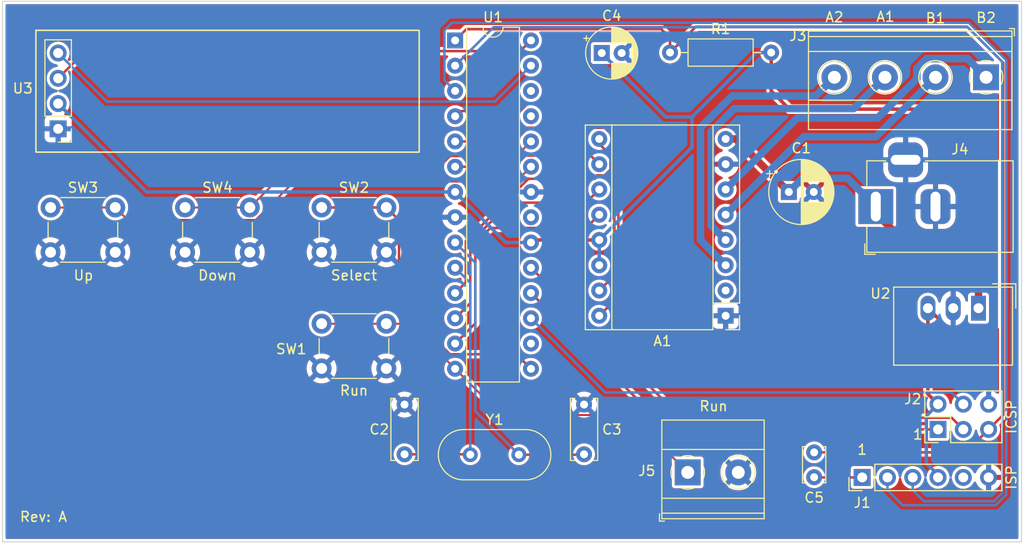
<source format=kicad_pcb>
(kicad_pcb (version 20210228) (generator pcbnew)
  (layers (0 "F.Cu" signal) (31 "B.Cu" signal) (34 "B.Paste" user) (35 "F.Paste" user) (36 "B.SilkS" user "B.Silkscreen") (37 "F.SilkS" user "F.Silkscreen") (38 "B.Mask" user) (39 "F.Mask" user) (44 "Edge.Cuts" user))
  (net 0 "")
  (net 1 "DIR_SEL")
  (net 2 "+24V")
  (net 3 "STEP")
  (net 4 "GND")
  (net 5 "+5V")
  (net 6 "MOT_B2")
  (net 7 "MOT_B1")
  (net 9 "MOT_A1")
  (net 10 "MS1")
  (net 11 "MOT_A2")
  (net 12 "MS0")
  (net 13 "MOT_EN")
  (net 14 "Net-(C2-Pad1)")
  (net 15 "Net-(C3-Pad1)")
  (net 16 "Net-(C5-Pad2)")
  (net 17 "RESET")
  (net 18 "RX")
  (net 19 "TX")
  (net 20 "MOSI")
  (net 21 "SCK")
  (net 22 "MISO")
  (net 23 "BTN_RUN")
  (net 24 "BTN_SEL")
  (net 25 "BTN_UP")
  (net 26 "BTN_DOWN")
  (net 29 "MS2")
  (net 31 "SDA")
  (net 32 "SCL")
  (footprint "Capacitor_THT:C_Disc_D3.4mm_W2.1mm_P2.50mm" (layer "F.Cu") (at 209.55 76.474 -90)
    (fp_text reference "C5" (at 4.552 0 180) (layer "F.SilkS"))
    (fp_text value "0.1uF")
    (pad "1" thru_hole circle (at 0 0 270) (size 1.6 1.6) (drill 0.8) (layers *.Cu *.Mask) (net 17 "RESET"))
    (pad "2" thru_hole circle (at 2.5 0 270) (size 1.6 1.6) (drill 0.8) (layers *.Cu *.Mask) (net 16 "Net-(C5-Pad2)"))
  )
  (footprint "Button_Switch_THT:SW_PUSH_6mm_H5mm" (layer "F.Cu") (at 160.072 51.852)
    (fp_text reference "SW2" (at 3.25 -2) (layer "F.SilkS"))
    (fp_text value "Select")
    (pad "1" thru_hole circle (at 0 0 90) (size 2 2) (drill 1.1) (layers *.Cu *.Mask) (net 24 "BTN_SEL"))
    (pad "1" thru_hole circle (at 6.5 0 90) (size 2 2) (drill 1.1) (layers *.Cu *.Mask) (net 24 "BTN_SEL"))
    (pad "2" thru_hole circle (at 0 4.5 90) (size 2 2) (drill 1.1) (layers *.Cu *.Mask) (net 4 "GND"))
    (pad "2" thru_hole circle (at 6.5 4.5 90) (size 2 2) (drill 1.1) (layers *.Cu *.Mask) (net 4 "GND"))
  )
  (footprint "Package_DIP:DIP-28_W7.62mm" (layer "F.Cu") (at 173.482 35.052)
    (fp_text reference "U1" (at 3.81 -2.33) (layer "F.SilkS"))
    (fp_text value "ATmega328P-P")
    (pad "1" thru_hole rect (at 0 0) (size 1.6 1.6) (drill 0.8) (layers *.Cu *.Mask) (net 17 "RESET"))
    (pad "2" thru_hole oval (at 0 2.54) (size 1.6 1.6) (drill 0.8) (layers *.Cu *.Mask) (net 18 "RX"))
    (pad "3" thru_hole oval (at 0 5.08) (size 1.6 1.6) (drill 0.8) (layers *.Cu *.Mask) (net 19 "TX"))
    (pad "4" thru_hole oval (at 0 7.62) (size 1.6 1.6) (drill 0.8) (layers *.Cu *.Mask) (net 1 "DIR_SEL"))
    (pad "5" thru_hole oval (at 0 10.16) (size 1.6 1.6) (drill 0.8) (layers *.Cu *.Mask) (net 3 "STEP"))
    (pad "6" thru_hole oval (at 0 12.7) (size 1.6 1.6) (drill 0.8) (layers *.Cu *.Mask) (net 12 "MS0"))
    (pad "7" thru_hole oval (at 0 15.24) (size 1.6 1.6) (drill 0.8) (layers *.Cu *.Mask) (net 5 "+5V"))
    (pad "8" thru_hole oval (at 0 17.78) (size 1.6 1.6) (drill 0.8) (layers *.Cu *.Mask) (net 4 "GND"))
    (pad "9" thru_hole oval (at 0 20.32) (size 1.6 1.6) (drill 0.8) (layers *.Cu *.Mask) (net 15 "Net-(C3-Pad1)"))
    (pad "10" thru_hole oval (at 0 22.86) (size 1.6 1.6) (drill 0.8) (layers *.Cu *.Mask) (net 14 "Net-(C2-Pad1)"))
    (pad "11" thru_hole oval (at 0 25.4) (size 1.6 1.6) (drill 0.8) (layers *.Cu *.Mask) (net 13 "MOT_EN"))
    (pad "12" thru_hole oval (at 0 27.94) (size 1.6 1.6) (drill 0.8) (layers *.Cu *.Mask) (net 10 "MS1"))
    (pad "13" thru_hole oval (at 0 30.48) (size 1.6 1.6) (drill 0.8) (layers *.Cu *.Mask) (net 29 "MS2"))
    (pad "14" thru_hole oval (at 0 33.02) (size 1.6 1.6) (drill 0.8) (layers *.Cu *.Mask) (net 23 "BTN_RUN"))
    (pad "15" thru_hole oval (at 7.62 33.02) (size 1.6 1.6) (drill 0.8) (layers *.Cu *.Mask) (net 24 "BTN_SEL"))
    (pad "16" thru_hole oval (at 7.62 30.48) (size 1.6 1.6) (drill 0.8) (layers *.Cu *.Mask))
    (pad "17" thru_hole oval (at 7.62 27.94) (size 1.6 1.6) (drill 0.8) (layers *.Cu *.Mask) (net 20 "MOSI"))
    (pad "18" thru_hole oval (at 7.62 25.4) (size 1.6 1.6) (drill 0.8) (layers *.Cu *.Mask) (net 22 "MISO"))
    (pad "19" thru_hole oval (at 7.62 22.86) (size 1.6 1.6) (drill 0.8) (layers *.Cu *.Mask) (net 21 "SCK"))
    (pad "20" thru_hole oval (at 7.62 20.32) (size 1.6 1.6) (drill 0.8) (layers *.Cu *.Mask) (net 5 "+5V"))
    (pad "21" thru_hole oval (at 7.62 17.78) (size 1.6 1.6) (drill 0.8) (layers *.Cu *.Mask))
    (pad "22" thru_hole oval (at 7.62 15.24) (size 1.6 1.6) (drill 0.8) (layers *.Cu *.Mask) (net 4 "GND"))
    (pad "23" thru_hole oval (at 7.62 12.7) (size 1.6 1.6) (drill 0.8) (layers *.Cu *.Mask) (net 25 "BTN_UP"))
    (pad "24" thru_hole oval (at 7.62 10.16) (size 1.6 1.6) (drill 0.8) (layers *.Cu *.Mask) (net 26 "BTN_DOWN"))
    (pad "25" thru_hole oval (at 7.62 7.62) (size 1.6 1.6) (drill 0.8) (layers *.Cu *.Mask))
    (pad "26" thru_hole oval (at 7.62 5.08) (size 1.6 1.6) (drill 0.8) (layers *.Cu *.Mask))
    (pad "27" thru_hole oval (at 7.62 2.54) (size 1.6 1.6) (drill 0.8) (layers *.Cu *.Mask) (net 31 "SDA"))
    (pad "28" thru_hole oval (at 7.62 0) (size 1.6 1.6) (drill 0.8) (layers *.Cu *.Mask) (net 32 "SCL"))
  )
  (footprint "Connector_PinHeader_2.54mm:PinHeader_1x04_P2.54mm_Vertical" (layer "F.Cu") (at 133.604 43.942 180)
    (fp_text reference "U3" (at 3.556 4.064) (layer "F.SilkS"))
    (fp_text value "SSD1306")
    (pad "1" thru_hole rect (at 0 0 180) (size 1.7 1.7) (drill 1) (layers *.Cu *.Mask) (net 4 "GND"))
    (pad "2" thru_hole oval (at 0 2.54 180) (size 1.7 1.7) (drill 1) (layers *.Cu *.Mask) (net 5 "+5V"))
    (pad "3" thru_hole oval (at 0 5.08 180) (size 1.7 1.7) (drill 1) (layers *.Cu *.Mask) (net 32 "SCL"))
    (pad "4" thru_hole oval (at 0 7.62 180) (size 1.7 1.7) (drill 1) (layers *.Cu *.Mask) (net 31 "SDA"))
  )
  (footprint "TerminalBlock_Phoenix:TerminalBlock_Phoenix_MKDS-1,5-4-5.08_1x04_P5.08mm_Horizontal" (layer "F.Cu") (at 226.822 38.7604 180)
    (fp_text reference "J3" (at 18.8976 4.1656) (layer "F.SilkS"))
    (fp_text value "Motor_Terminal")
    (pad "1" thru_hole rect (at 0 0 180) (size 2.6 2.6) (drill 1.3) (layers *.Cu *.Mask) (net 6 "MOT_B2"))
    (pad "2" thru_hole circle (at 5.08 0 180) (size 2.6 2.6) (drill 1.3) (layers *.Cu *.Mask) (net 7 "MOT_B1"))
    (pad "3" thru_hole circle (at 10.16 0 180) (size 2.6 2.6) (drill 1.3) (layers *.Cu *.Mask) (net 9 "MOT_A1"))
    (pad "4" thru_hole circle (at 15.24 0 180) (size 2.6 2.6) (drill 1.3) (layers *.Cu *.Mask) (net 11 "MOT_A2"))
  )
  (footprint "Capacitor_THT:CP_Radial_D5.0mm_P2.00mm" (layer "F.Cu") (at 188.214 36.322)
    (fp_text reference "C4" (at 1 -3.75) (layer "F.SilkS"))
    (fp_text value "10uF")
    (pad "1" thru_hole rect (at 0 0) (size 1.6 1.6) (drill 0.8) (layers *.Cu *.Mask) (net 5 "+5V"))
    (pad "2" thru_hole circle (at 2 0) (size 1.6 1.6) (drill 0.8) (layers *.Cu *.Mask) (net 4 "GND"))
  )
  (footprint "Module:Pololu_Breakout-16_15.2x20.3mm" (layer "F.Cu") (at 200.66 62.738 180)
    (fp_text reference "A1" (at 6.35 -2.54) (layer "F.SilkS"))
    (fp_text value "Pololu_Breakout_DRV8825")
    (pad "1" thru_hole rect (at 0 0 180) (size 1.6 1.6) (drill 0.8) (layers *.Cu *.Mask) (net 4 "GND"))
    (pad "2" thru_hole oval (at 0 2.54 180) (size 1.6 1.6) (drill 0.8) (layers *.Cu *.Mask))
    (pad "3" thru_hole oval (at 0 5.08 180) (size 1.6 1.6) (drill 0.8) (layers *.Cu *.Mask) (net 11 "MOT_A2"))
    (pad "4" thru_hole oval (at 0 7.62 180) (size 1.6 1.6) (drill 0.8) (layers *.Cu *.Mask) (net 9 "MOT_A1"))
    (pad "5" thru_hole oval (at 0 10.16 180) (size 1.6 1.6) (drill 0.8) (layers *.Cu *.Mask) (net 7 "MOT_B1"))
    (pad "6" thru_hole oval (at 0 12.7 180) (size 1.6 1.6) (drill 0.8) (layers *.Cu *.Mask) (net 6 "MOT_B2"))
    (pad "7" thru_hole oval (at 0 15.24 180) (size 1.6 1.6) (drill 0.8) (layers *.Cu *.Mask) (net 4 "GND"))
    (pad "8" thru_hole oval (at 0 17.78 180) (size 1.6 1.6) (drill 0.8) (layers *.Cu *.Mask) (net 2 "+24V"))
    (pad "9" thru_hole oval (at 12.7 17.78 180) (size 1.6 1.6) (drill 0.8) (layers *.Cu *.Mask) (net 13 "MOT_EN"))
    (pad "10" thru_hole oval (at 12.7 15.24 180) (size 1.6 1.6) (drill 0.8) (layers *.Cu *.Mask) (net 12 "MS0"))
    (pad "11" thru_hole oval (at 12.7 12.7 180) (size 1.6 1.6) (drill 0.8) (layers *.Cu *.Mask) (net 10 "MS1"))
    (pad "12" thru_hole oval (at 12.7 10.16 180) (size 1.6 1.6) (drill 0.8) (layers *.Cu *.Mask) (net 29 "MS2"))
    (pad "13" thru_hole oval (at 12.7 7.62 180) (size 1.6 1.6) (drill 0.8) (layers *.Cu *.Mask) (net 5 "+5V"))
    (pad "14" thru_hole oval (at 12.7 5.08 180) (size 1.6 1.6) (drill 0.8) (layers *.Cu *.Mask) (net 5 "+5V"))
    (pad "15" thru_hole oval (at 12.7 2.54 180) (size 1.6 1.6) (drill 0.8) (layers *.Cu *.Mask) (net 3 "STEP"))
    (pad "16" thru_hole oval (at 12.7 0 180) (size 1.6 1.6) (drill 0.8) (layers *.Cu *.Mask) (net 1 "DIR_SEL"))
  )
  (footprint "Converter_DCDC:Converter_DCDC_TRACO_TSR-1_THT" (layer "F.Cu") (at 226.06 61.976 180)
    (fp_text reference "U2" (at 9.8552 1.4732) (layer "F.SilkS"))
    (fp_text value "TSR_1-2450e")
    (pad "1" thru_hole rect (at 0 0 180) (size 1.5 2.5) (drill 1) (layers *.Cu *.Mask) (net 2 "+24V"))
    (pad "2" thru_hole oval (at 2.54 0 180) (size 1.5 2.5) (drill 1) (layers *.Cu *.Mask) (net 4 "GND"))
    (pad "3" thru_hole oval (at 5.08 0 180) (size 1.5 2.5) (drill 1) (layers *.Cu *.Mask) (net 5 "+5V"))
  )
  (footprint "Capacitor_THT:CP_Radial_D6.3mm_P2.50mm" (layer "F.Cu") (at 207.01 50.292)
    (fp_text reference "C1" (at 1.25 -4.4) (layer "F.SilkS"))
    (fp_text value "100uF 35V")
    (pad "1" thru_hole rect (at 0 0) (size 1.6 1.6) (drill 0.8) (layers *.Cu *.Mask) (net 2 "+24V"))
    (pad "2" thru_hole circle (at 2.5 0) (size 1.6 1.6) (drill 0.8) (layers *.Cu *.Mask) (net 4 "GND"))
  )
  (footprint "Button_Switch_THT:SW_PUSH_6mm_H5mm" (layer "F.Cu") (at 132.842 51.852)
    (fp_text reference "SW3" (at 3.25 -2) (layer "F.SilkS"))
    (fp_text value "Up")
    (pad "1" thru_hole circle (at 0 0 90) (size 2 2) (drill 1.1) (layers *.Cu *.Mask) (net 25 "BTN_UP"))
    (pad "1" thru_hole circle (at 6.5 0 90) (size 2 2) (drill 1.1) (layers *.Cu *.Mask) (net 25 "BTN_UP"))
    (pad "2" thru_hole circle (at 0 4.5 90) (size 2 2) (drill 1.1) (layers *.Cu *.Mask) (net 4 "GND"))
    (pad "2" thru_hole circle (at 6.5 4.5 90) (size 2 2) (drill 1.1) (layers *.Cu *.Mask) (net 4 "GND"))
  )
  (footprint "Capacitor_THT:C_Disc_D6.0mm_W2.5mm_P5.00mm" (layer "F.Cu") (at 168.402 76.668 90)
    (fp_text reference "C2" (at 2.5 -2.54 180) (layer "F.SilkS"))
    (fp_text value "22pF")
    (pad "1" thru_hole circle (at 0 0 90) (size 1.6 1.6) (drill 0.8) (layers *.Cu *.Mask) (net 14 "Net-(C2-Pad1)"))
    (pad "2" thru_hole circle (at 5 0 90) (size 1.6 1.6) (drill 0.8) (layers *.Cu *.Mask) (net 4 "GND"))
  )
  (footprint "Button_Switch_THT:SW_PUSH_6mm_H5mm" (layer "F.Cu") (at 146.356 51.852)
    (fp_text reference "SW4" (at 3.25 -2) (layer "F.SilkS"))
    (fp_text value "Down")
    (pad "1" thru_hole circle (at 0 0 90) (size 2 2) (drill 1.1) (layers *.Cu *.Mask) (net 26 "BTN_DOWN"))
    (pad "1" thru_hole circle (at 6.5 0 90) (size 2 2) (drill 1.1) (layers *.Cu *.Mask) (net 26 "BTN_DOWN"))
    (pad "2" thru_hole circle (at 0 4.5 90) (size 2 2) (drill 1.1) (layers *.Cu *.Mask) (net 4 "GND"))
    (pad "2" thru_hole circle (at 6.5 4.5 90) (size 2 2) (drill 1.1) (layers *.Cu *.Mask) (net 4 "GND"))
  )
  (footprint "Connector_PinHeader_2.54mm:PinHeader_2x03_P2.54mm_Vertical" (layer "F.Cu") (at 221.996 74.168 90)
    (fp_text reference "J2" (at 3.048 -2.54 180) (layer "F.SilkS"))
    (fp_text value "ICSP")
    (pad "1" thru_hole rect (at 0 0 90) (size 1.7 1.7) (drill 1) (layers *.Cu *.Mask) (net 22 "MISO"))
    (pad "2" thru_hole oval (at 2.54 0 90) (size 1.7 1.7) (drill 1) (layers *.Cu *.Mask) (net 5 "+5V"))
    (pad "3" thru_hole oval (at 0 2.54 90) (size 1.7 1.7) (drill 1) (layers *.Cu *.Mask) (net 21 "SCK"))
    (pad "4" thru_hole oval (at 2.54 2.54 90) (size 1.7 1.7) (drill 1) (layers *.Cu *.Mask) (net 20 "MOSI"))
    (pad "5" thru_hole oval (at 0 5.08 90) (size 1.7 1.7) (drill 1) (layers *.Cu *.Mask) (net 17 "RESET"))
    (pad "6" thru_hole oval (at 2.54 5.08 90) (size 1.7 1.7) (drill 1) (layers *.Cu *.Mask) (net 4 "GND"))
  )
  (footprint "Connector_PinHeader_2.54mm:PinHeader_1x06_P2.54mm_Vertical" (layer "F.Cu") (at 214.376 78.994 90)
    (fp_text reference "J1" (at -2.54 0 180) (layer "F.SilkS"))
    (fp_text value "FTDI_ISP")
    (pad "1" thru_hole rect (at 0 0 90) (size 1.7 1.7) (drill 1) (layers *.Cu *.Mask) (net 16 "Net-(C5-Pad2)"))
    (pad "2" thru_hole oval (at 0 2.54 90) (size 1.7 1.7) (drill 1) (layers *.Cu *.Mask) (net 19 "TX"))
    (pad "3" thru_hole oval (at 0 5.08 90) (size 1.7 1.7) (drill 1) (layers *.Cu *.Mask) (net 18 "RX"))
    (pad "4" thru_hole oval (at 0 7.62 90) (size 1.7 1.7) (drill 1) (layers *.Cu *.Mask) (net 5 "+5V"))
    (pad "5" thru_hole oval (at 0 10.16 90) (size 1.7 1.7) (drill 1) (layers *.Cu *.Mask))
    (pad "6" thru_hole oval (at 0 12.7 90) (size 1.7 1.7) (drill 1) (layers *.Cu *.Mask) (net 4 "GND"))
  )
  (footprint "Button_Switch_THT:SW_PUSH_6mm_H5mm" (layer "F.Cu") (at 160.072 63.536)
    (fp_text reference "SW1" (at -3.0492 2.5548) (layer "F.SilkS"))
    (fp_text value "Run")
    (pad "1" thru_hole circle (at 0 0 90) (size 2 2) (drill 1.1) (layers *.Cu *.Mask) (net 23 "BTN_RUN"))
    (pad "1" thru_hole circle (at 6.5 0 90) (size 2 2) (drill 1.1) (layers *.Cu *.Mask) (net 23 "BTN_RUN"))
    (pad "2" thru_hole circle (at 6.5 4.5 90) (size 2 2) (drill 1.1) (layers *.Cu *.Mask) (net 4 "GND"))
    (pad "2" thru_hole circle (at 0 4.5 90) (size 2 2) (drill 1.1) (layers *.Cu *.Mask) (net 4 "GND"))
  )
  (footprint "TerminalBlock_Phoenix:TerminalBlock_Phoenix_MKDS-1,5-2-5.08_1x02_P5.08mm_Horizontal" (layer "F.Cu") (at 196.85 78.486)
    (fp_text reference "J5" (at -4.1148 -0.1524) (layer "F.SilkS"))
    (fp_text value "Run")
    (pad "1" thru_hole rect (at 0 0) (size 2.6 2.6) (drill 1.3) (layers *.Cu *.Mask) (net 23 "BTN_RUN"))
    (pad "2" thru_hole circle (at 5.08 0) (size 2.6 2.6) (drill 1.3) (layers *.Cu *.Mask) (net 4 "GND"))
  )
  (footprint "Crystal:Crystal_HC49-U_Vertical" (layer "F.Cu") (at 175.006 76.708)
    (fp_text reference "Y1" (at 2.44 -3.525) (layer "F.SilkS"))
    (fp_text value "Crystal")
    (pad "1" thru_hole circle (at 0 0) (size 1.5 1.5) (drill 0.8) (layers *.Cu *.Mask) (net 14 "Net-(C2-Pad1)"))
    (pad "2" thru_hole circle (at 4.88 0) (size 1.5 1.5) (drill 0.8) (layers *.Cu *.Mask) (net 15 "Net-(C3-Pad1)"))
  )
  (footprint "Resistor_THT:R_Axial_DIN0207_L6.3mm_D2.5mm_P10.16mm_Horizontal" (layer "F.Cu") (at 195.072 36.2712)
    (fp_text reference "R1" (at 5.08 -2.37) (layer "F.SilkS"))
    (fp_text value "10k")
    (pad "1" thru_hole circle (at 0 0) (size 1.6 1.6) (drill 0.8) (layers *.Cu *.Mask) (net 17 "RESET"))
    (pad "2" thru_hole oval (at 10.16 0) (size 1.6 1.6) (drill 0.8) (layers *.Cu *.Mask) (net 5 "+5V"))
  )
  (footprint "Capacitor_THT:C_Disc_D6.0mm_W2.5mm_P5.00mm" (layer "F.Cu") (at 186.436 76.668 90)
    (fp_text reference "C3" (at 2.5 2.794 180) (layer "F.SilkS"))
    (fp_text value "22pF")
    (pad "1" thru_hole circle (at 0 0 90) (size 1.6 1.6) (drill 0.8) (layers *.Cu *.Mask) (net 15 "Net-(C3-Pad1)"))
    (pad "2" thru_hole circle (at 5 0 90) (size 1.6 1.6) (drill 0.8) (layers *.Cu *.Mask) (net 4 "GND"))
  )
  (footprint "Connector_BarrelJack:BarrelJack_Horizontal" (layer "F.Cu") (at 215.742 51.7575 180)
    (fp_text reference "J4" (at -8.45 5.75) (layer "F.SilkS"))
    (fp_text value "Power")
    (pad "1" thru_hole rect (at 0 0 180) (size 3.5 3.5) (drill oval 1 3) (layers *.Cu *.Mask) (net 2 "+24V"))
    (pad "2" thru_hole roundrect (at -6 0 180) (size 3 3.5) (drill oval 1 3) (layers *.Cu *.Mask) (net 4 "GND"))
    (pad "3" thru_hole roundrect (at -3 4.7 180) (size 3.5 3.5) (drill oval 3 1) (layers *.Cu *.Mask) (net 4 "GND"))
  )
  (gr_rect (start 131.372 34.036) (end 169.872 46.286) (layer "F.SilkS") (width 0.15) (fill none))
  (gr_rect (start 128.016 31.115) (end 230.378 85.471) (layer "Edge.Cuts") (width 0.1) (fill none))
  (gr_text "A2" (at 211.582 32.7152) (layer "F.SilkS") (effects (font (size 1 1))))
  (gr_text "Up" (at 136.144 58.674) (layer "F.SilkS") (effects (font (size 1 1))))
  (gr_text "A1" (at 216.7128 32.6644) (layer "F.SilkS") (effects (font (size 1 1))))
  (gr_text "1" (at 219.964 74.676) (layer "F.SilkS") (effects (font (size 1 1))))
  (gr_text "Down" (at 149.606 58.674) (layer "F.SilkS") (effects (font (size 1 1))))
  (gr_text "1" (at 214.376 76.2) (layer "F.SilkS") (effects (font (size 1 1))))
  (gr_text "ICSP" (at 229.362 72.898 90) (layer "F.SilkS") (effects (font (size 1 1))))
  (gr_text "Run" (at 163.322 70.2564) (layer "F.SilkS") (effects (font (size 1 1))))
  (gr_text "Select" (at 163.322 58.674) (layer "F.SilkS") (effects (font (size 1 1))))
  (gr_text "Run" (at 199.4408 71.8312) (layer "F.SilkS") (effects (font (size 1 1))))
  (gr_text "B2" (at 226.822 32.766) (layer "F.SilkS") (effects (font (size 1 1))))
  (gr_text "B1" (at 221.742 32.8168) (layer "F.SilkS") (effects (font (size 1 1))))
  (gr_text "ISP" (at 229.362 78.994 90) (layer "F.SilkS") (effects (font (size 1 1))))
  (gr_text "Rev: A" (at 132.1308 82.9564) (layer "F.SilkS") (effects (font (size 1 1))))
  (segment (start 189.885051 44.65232) (end 189.885051 60.812949) (width 0.25) (layer "F.Cu") (net 1))
  (segment (start 173.482 42.672) (end 173.998006 42.155994) (width 0.25) (layer "F.Cu") (net 1))
  (segment (start 180.780983 41.402) (end 181.864 41.402) (width 0.25) (layer "F.Cu") (net 1))
  (segment (start 188.214 62.738) (end 187.96 62.738) (width 0.25) (layer "F.Cu") (net 1))
  (segment (start 183.642 43.18) (end 188.41273 43.18) (width 0.25) (layer "F.Cu") (net 1))
  (segment (start 180.026989 42.155994) (end 180.780983 41.402) (width 0.25) (layer "F.Cu") (net 1))
  (segment (start 188.41273 43.18) (end 189.885051 44.65232) (width 0.25) (layer "F.Cu") (net 1))
  (segment (start 181.864 41.402) (end 183.642 43.18) (width 0.25) (layer "F.Cu") (net 1))
  (segment (start 189.885051 60.812949) (end 187.96 62.738) (width 0.25) (layer "F.Cu") (net 1))
  (segment (start 173.998006 42.155994) (end 180.026989 42.155994) (width 0.25) (layer "F.Cu") (net 1))
  (segment (start 226.06 61.976) (end 226.06 58.42) (width 0.75) (layer "F.Cu") (net 2))
  (segment (start 215.887493 51.7575) (end 215.742 51.7575) (width 0.75) (layer "F.Cu") (net 2))
  (segment (start 201.676 44.958) (end 200.66 44.958) (width 0.75) (layer "F.Cu") (net 2))
  (segment (start 226.06 61.976) (end 226.06 61.930007) (width 0.75) (layer "F.Cu") (net 2))
  (segment (start 220.218 56.896) (end 215.742 52.42) (width 0.75) (layer "F.Cu") (net 2))
  (segment (start 215.742 51.7575) (end 215.682489 51.817011) (width 0.75) (layer "F.Cu") (net 2))
  (segment (start 226.06 58.42) (end 224.536 56.896) (width 0.75) (layer "F.Cu") (net 2))
  (segment (start 215.742 52.42) (end 215.742 51.7575) (width 0.75) (layer "F.Cu") (net 2))
  (segment (start 207.01 50.292) (end 201.676 44.958) (width 0.75) (layer "F.Cu") (net 2))
  (segment (start 224.536 56.896) (end 220.218 56.896) (width 0.75) (layer "F.Cu") (net 2))
  (segment (start 212.901489 48.916989) (end 215.742 51.7575) (width 0.75) (layer "B.Cu") (net 2))
  (segment (start 208.385011 48.916989) (end 212.901489 48.916989) (width 0.75) (layer "B.Cu") (net 2))
  (segment (start 207.01 50.292) (end 208.385011 48.916989) (width 0.75) (layer "B.Cu") (net 2))
  (segment (start 180.815994 43.832989) (end 188.500006 43.832989) (width 0.25) (layer "F.Cu") (net 3))
  (segment (start 189.485031 58.672969) (end 189.485031 44.818014) (width 0.25) (layer "F.Cu") (net 3))
  (segment (start 179.436983 45.212) (end 180.815994 43.832989) (width 0.25) (layer "F.Cu") (net 3))
  (segment (start 187.96 60.198) (end 189.485031 58.672969) (width 0.25) (layer "F.Cu") (net 3))
  (segment (start 173.482 45.212) (end 179.436983 45.212) (width 0.25) (layer "F.Cu") (net 3))
  (segment (start 189.485031 44.818014) (end 188.500006 43.832989) (width 0.25) (layer "F.Cu") (net 3))
  (segment (start 220.98 61.976) (end 220.98 70.612) (width 0.35) (layer "F.Cu") (net 5))
  (segment (start 223.6724 64.6684) (end 226.568 64.6684) (width 0.35) (layer "F.Cu") (net 5))
  (segment (start 220.98 61.976) (end 223.6724 64.6684) (width 0.35) (layer "F.Cu") (net 5))
  (segment (start 181.356 55.118) (end 181.102 55.372) (width 0.35) (layer "F.Cu") (net 5))
  (segment (start 227.838 63.3984) (end 227.838 47.6504) (width 0.35) (layer "F.Cu") (net 5))
  (segment (start 227.838 47.6504) (end 222.1484 41.9608) (width 0.35) (layer "F.Cu") (net 5))
  (segment (start 205.232 40.132) (end 205.232 36.2712) (width 0.35) (layer "F.Cu") (net 5))
  (segment (start 220.98 70.612) (end 221.996 71.628) (width 0.35) (layer "F.Cu") (net 5))
  (segment (start 222.1484 41.9608) (end 207.0608 41.9608) (width 0.35) (layer "F.Cu") (net 5))
  (segment (start 207.0608 41.9608) (end 205.232 40.132) (width 0.35) (layer "F.Cu") (net 5))
  (segment (start 187.96 55.118) (end 181.356 55.118) (width 0.35) (layer "F.Cu") (net 5))
  (segment (start 226.568 64.6684) (end 227.838 63.3984) (width 0.35) (layer "F.Cu") (net 5))
  (segment (start 173.482 50.292) (end 142.494 50.292) (width 0.35) (layer "B.Cu") (net 5))
  (segment (start 205.232 36.2712) (end 203.7588 36.2712) (width 0.35) (layer "B.Cu") (net 5))
  (segment (start 187.96 57.658) (end 187.96 55.118) (width 0.35) (layer "B.Cu") (net 5))
  (segment (start 142.494 50.292) (end 133.604 41.402) (width 0.35) (layer "B.Cu") (net 5))
  (segment (start 178.562 55.372) (end 173.482 50.292) (width 0.35) (layer "B.Cu") (net 5))
  (segment (start 181.356 55.118) (end 181.102 55.372) (width 0.35) (layer "B.Cu") (net 5))
  (segment (start 187.96 55.118) (end 197.284949 45.793051) (width 0.35) (layer "B.Cu") (net 5))
  (segment (start 181.102 55.372) (end 178.562 55.372) (width 0.35) (layer "B.Cu") (net 5))
  (segment (start 220.820989 77.564989) (end 221.996 78.74) (width 0.35) (layer "B.Cu") (net 5))
  (segment (start 220.820989 72.803011) (end 220.820989 77.564989) (width 0.35) (layer "B.Cu") (net 5))
  (segment (start 197.284949 45.793051) (end 197.284949 42.745051) (width 0.35) (layer "B.Cu") (net 5))
  (segment (start 194.637051 42.745051) (end 197.284949 42.745051) (width 0.35) (layer "B.Cu") (net 5))
  (segment (start 203.7588 36.2712) (end 197.284949 42.745051) (width 0.35) (layer "B.Cu") (net 5))
  (segment (start 221.996 78.74) (end 221.996 78.994) (width 0.35) (layer "B.Cu") (net 5))
  (segment (start 221.996 71.628) (end 220.820989 72.803011) (width 0.35) (layer "B.Cu") (net 5))
  (segment (start 188.214 36.322) (end 194.637051 42.745051) (width 0.35) (layer "B.Cu") (net 5))
  (segment (start 200.66 50.038) (end 200.387998 50.038) (width 1) (layer "F.Cu") (net 6))
  (segment (start 219.866989 38.9128) (end 219.866989 37.860394) (width 0.75) (layer "B.Cu") (net 6))
  (segment (start 215.919769 42.86002) (end 218.144378 40.635411) (width 0.75) (layer "B.Cu") (net 6))
  (segment (start 224.946989 36.885389) (end 226.822 38.7604) (width 0.75) (layer "B.Cu") (net 6))
  (segment (start 207.83798 42.86002) (end 215.919769 42.86002) (width 0.75) (layer "B.Cu") (net 6))
  (segment (start 220.841994 36.885389) (end 224.946989 36.885389) (width 0.75) (layer "B.Cu") (net 6))
  (segment (start 215.919769 42.86002) (end 219.866989 38.9128) (width 0.75) (layer "B.Cu") (net 6))
  (segment (start 200.66 50.038) (end 207.83798 42.86002) (width 0.75) (layer "B.Cu") (net 6))
  (segment (start 219.866989 37.860394) (end 220.841994 36.885389) (width 0.75) (layer "B.Cu") (net 6))
  (segment (start 200.66 52.578) (end 200.387998 52.578) (width 1) (layer "F.Cu") (net 7))
  (segment (start 208.50552 44.73248) (end 215.76992 44.73248) (width 0.75) (layer "B.Cu") (net 7))
  (segment (start 215.76992 44.73248) (end 221.742 38.7604) (width 0.75) (layer "B.Cu") (net 7))
  (segment (start 200.66 52.578) (end 208.50552 44.73248) (width 0.75) (layer "B.Cu") (net 7))
  (segment (start 213.5124 41.91) (end 216.662 38.7604) (width 0.75) (layer "B.Cu") (net 9))
  (segment (start 199.184989 53.642989) (end 199.184989 44.249994) (width 0.75) (layer "B.Cu") (net 9))
  (segment (start 199.184989 44.249994) (end 201.524983 41.91) (width 0.75) (layer "B.Cu") (net 9))
  (segment (start 201.524983 41.91) (end 213.5124 41.91) (width 0.75) (layer "B.Cu") (net 9))
  (segment (start 200.66 55.118) (end 199.184989 53.642989) (width 0.75) (layer "B.Cu") (net 9))
  (segment (start 175.006 55.372) (end 179.010989 51.367011) (width 0.25) (layer "F.Cu") (net 10))
  (segment (start 175.006 61.468) (end 175.006 55.372) (width 0.25) (layer "F.Cu") (net 10))
  (segment (start 173.482 62.992) (end 175.006 61.468) (width 0.25) (layer "F.Cu") (net 10))
  (segment (start 179.010989 51.367011) (end 186.630989 51.367011) (width 0.25) (layer "F.Cu") (net 10))
  (segment (start 186.630989 51.367011) (end 187.96 50.038) (width 0.25) (layer "F.Cu") (net 10))
  (segment (start 200.66 57.658) (end 198.134969 55.132969) (width 0.75) (layer "B.Cu") (net 11))
  (segment (start 211.582 39.116) (end 211.582 38.862) (width 0.75) (layer "B.Cu") (net 11))
  (segment (start 198.134969 43.815062) (end 201.310031 40.64) (width 0.75) (layer "B.Cu") (net 11))
  (segment (start 201.310031 40.64) (end 209.7024 40.64) (width 0.75) (layer "B.Cu") (net 11))
  (segment (start 198.134969 55.132969) (end 198.134969 43.815062) (width 0.75) (layer "B.Cu") (net 11))
  (segment (start 209.7024 40.64) (end 211.582 38.7604) (width 0.75) (layer "B.Cu") (net 11))
  (segment (start 187.088989 46.626989) (end 187.96 47.498) (width 0.25) (layer "F.Cu") (net 12))
  (segment (start 173.482 47.752) (end 179.436983 47.752) (width 0.25) (layer "F.Cu") (net 12))
  (segment (start 180.561994 46.626989) (end 187.088989 46.626989) (width 0.25) (layer "F.Cu") (net 12))
  (segment (start 179.436983 47.752) (end 180.561994 46.626989) (width 0.25) (layer "F.Cu") (net 12))
  (segment (start 188.500006 48.623011) (end 189.085011 48.038006) (width 0.25) (layer "F.Cu") (net 13))
  (segment (start 189.085011 48.038006) (end 189.085011 46.591011) (width 0.25) (layer "F.Cu") (net 13))
  (segment (start 187.850989 48.623011) (end 188.500006 48.623011) (width 0.25) (layer "F.Cu") (net 13))
  (segment (start 173.482 60.452) (end 174.557011 59.376989) (width 0.25) (layer "F.Cu") (net 13))
  (segment (start 187.709972 48.623011) (end 187.850989 48.623011) (width 0.25) (layer "F.Cu") (net 13))
  (segment (start 189.085011 46.591011) (end 187.96 45.466) (width 0.25) (layer "F.Cu") (net 13))
  (segment (start 174.557011 55.245972) (end 180.839994 48.962989) (width 0.25) (layer "F.Cu") (net 13))
  (segment (start 180.839994 48.962989) (end 187.511011 48.962989) (width 0.25) (layer "F.Cu") (net 13))
  (segment (start 187.96 45.466) (end 187.96 44.958) (width 0.25) (layer "F.Cu") (net 13))
  (segment (start 187.511011 48.962989) (end 187.850989 48.623011) (width 0.25) (layer "F.Cu") (net 13))
  (segment (start 174.557011 59.376989) (end 174.557011 55.245972) (width 0.25) (layer "F.Cu") (net 13))
  (segment (start 174.966 76.668) (end 175.006 76.708) (width 0.25) (layer "F.Cu") (net 14))
  (segment (start 168.402 76.668) (end 174.966 76.668) (width 0.25) (layer "F.Cu") (net 14))
  (segment (start 175.006 76.708) (end 175.006 59.436) (width 0.25) (layer "B.Cu") (net 14))
  (segment (start 175.006 59.436) (end 173.482 57.912) (width 0.25) (layer "B.Cu") (net 14))
  (segment (start 186.396 76.708) (end 186.436 76.668) (width 0.25) (layer "F.Cu") (net 15))
  (segment (start 179.886 76.708) (end 186.396 76.708) (width 0.25) (layer "F.Cu") (net 15))
  (segment (start 173.482 55.372) (end 175.514 57.404) (width 0.25) (layer "B.Cu") (net 15))
  (segment (start 175.514 57.404) (end 175.514 72.336) (width 0.25) (layer "B.Cu") (net 15))
  (segment (start 175.514 72.336) (end 179.886 76.708) (width 0.25) (layer "B.Cu") (net 15))
  (segment (start 209.51 78.994) (end 214.376 78.994) (width 0.25) (layer "F.Cu") (net 16))
  (segment (start 224.919609 33.672989) (end 228.547011 37.300391) (width 0.25) (layer "F.Cu") (net 17))
  (segment (start 228.547011 37.300391) (end 228.547011 38.033994) (width 0.25) (layer "F.Cu") (net 17))
  (segment (start 195.072 36.2712) (end 197.670211 33.672989) (width 0.25) (layer "F.Cu") (net 17))
  (segment (start 197.670211 33.672989) (end 224.919609 33.672989) (width 0.25) (layer "F.Cu") (net 17))
  (segment (start 194.200989 33.926989) (end 195.072 34.798) (width 0.25) (layer "F.Cu") (net 17))
  (segment (start 228.547011 37.300391) (end 228.547011 72.696989) (width 0.25) (layer "F.Cu") (net 17))
  (segment (start 228.547011 72.696989) (end 227.076 74.168) (width 0.25) (layer "F.Cu") (net 17))
  (segment (start 227.076 74.168) (end 224.77 76.474) (width 0.25) (layer "F.Cu") (net 17))
  (segment (start 195.072 34.798) (end 195.072 36.2712) (width 0.25) (layer "F.Cu") (net 17))
  (segment (start 224.77 76.474) (end 209.55 76.474) (width 0.25) (layer "F.Cu") (net 17))
  (segment (start 194.200989 33.926989) (end 174.607011 33.926989) (width 0.25) (layer "F.Cu") (net 17))
  (segment (start 174.607011 33.926989) (end 173.482 35.052) (width 0.25) (layer "F.Cu") (net 17))
  (segment (start 228.447011 37.200391) (end 228.447011 80.558006) (width 0.25) (layer "B.Cu") (net 18))
  (segment (start 177.351011 33.722989) (end 224.969609 33.722989) (width 0.25) (layer "B.Cu") (net 18))
  (segment (start 227.616006 81.389011) (end 220.581011 81.389011) (width 0.25) (layer "B.Cu") (net 18))
  (segment (start 173.482 37.592) (end 177.351011 33.722989) (width 0.25) (layer "B.Cu") (net 18))
  (segment (start 224.969609 33.722989) (end 228.447011 37.200391) (width 0.25) (layer "B.Cu") (net 18))
  (segment (start 220.581011 81.389011) (end 219.456 80.264) (width 0.25) (layer "B.Cu") (net 18))
  (segment (start 228.447011 37.200391) (end 228.447011 38.081994) (width 0.25) (layer "B.Cu") (net 18))
  (segment (start 228.447011 80.558006) (end 227.616006 81.389011) (width 0.25) (layer "B.Cu") (net 18))
  (segment (start 219.456 80.264) (end 219.456 78.994) (width 0.25) (layer "B.Cu") (net 18))
  (segment (start 216.916 80.264) (end 218.441031 81.789031) (width 0.25) (layer "B.Cu") (net 19))
  (segment (start 228.847031 80.7237) (end 228.847031 37.034697) (width 0.25) (layer "B.Cu") (net 19))
  (segment (start 218.441031 81.789031) (end 227.7817 81.789031) (width 0.25) (layer "B.Cu") (net 19))
  (segment (start 228.847031 37.034697) (end 225.086334 33.274) (width 0.25) (layer "B.Cu") (net 19))
  (segment (start 216.916 78.994) (end 216.916 80.264) (width 0.25) (layer "B.Cu") (net 19))
  (segment (start 172.406989 34.031991) (end 172.406989 39.056989) (width 0.25) (layer "B.Cu") (net 19))
  (segment (start 225.086334 33.274) (end 173.16498 33.274) (width 0.25) (layer "B.Cu") (net 19))
  (segment (start 172.406989 39.056989) (end 173.482 40.132) (width 0.25) (layer "B.Cu") (net 19))
  (segment (start 227.7817 81.789031) (end 228.847031 80.7237) (width 0.25) (layer "B.Cu") (net 19))
  (segment (start 225.086334 33.274) (end 224.282 33.274) (width 0.25) (layer "B.Cu") (net 19))
  (segment (start 173.16498 33.274) (end 172.406989 34.031991) (width 0.25) (layer "B.Cu") (net 19))
  (segment (start 223.360989 70.452989) (end 188.562989 70.452989) (width 0.25) (layer "B.Cu") (net 20))
  (segment (start 224.536 71.628) (end 223.360989 70.452989) (width 0.25) (layer "B.Cu") (net 20))
  (segment (start 188.562989 70.452989) (end 181.102 62.992) (width 0.25) (layer "B.Cu") (net 20))
  (segment (start 223.360989 72.992989) (end 224.536 74.168) (width 0.25) (layer "F.Cu") (net 21))
  (segment (start 181.102 57.912) (end 196.182989 72.992989) (width 0.25) (layer "F.Cu") (net 21))
  (segment (start 196.182989 72.992989) (end 223.360989 72.992989) (width 0.25) (layer "F.Cu") (net 21))
  (segment (start 221.996 74.168) (end 194.818 74.168) (width 0.25) (layer "F.Cu") (net 22))
  (segment (start 194.818 74.168) (end 181.102 60.452) (width 0.25) (layer "F.Cu") (net 22))
  (segment (start 168.946 63.536) (end 173.482 68.072) (width 0.2) (layer "F.Cu") (net 23))
  (segment (start 160.072 63.536) (end 166.572 63.536) (width 0.2) (layer "F.Cu") (net 23))
  (segment (start 173.482 68.072) (end 178.128011 72.718011) (width 0.2) (layer "F.Cu") (net 23))
  (segment (start 166.572 63.536) (end 168.946 63.536) (width 0.2) (layer "F.Cu") (net 23))
  (segment (start 178.128011 72.718011) (end 191.082011 72.718011) (width 0.2) (layer "F.Cu") (net 23))
  (segment (start 191.082011 72.718011) (end 196.85 78.486) (width 0.2) (layer "F.Cu") (net 23))
  (segment (start 167.847011 61.488028) (end 172.965994 66.607011) (width 0.25) (layer "F.Cu") (net 24))
  (segment (start 167.847011 53.127011) (end 167.847011 61.488028) (width 0.25) (layer "F.Cu") (net 24))
  (segment (start 179.637011 66.607011) (end 181.102 68.072) (width 0.25) (layer "F.Cu") (net 24))
  (segment (start 160.072 51.852) (end 166.572 51.852) (width 0.25) (layer "F.Cu") (net 24))
  (segment (start 172.965994 66.607011) (end 179.637011 66.607011) (width 0.25) (layer "F.Cu") (net 24))
  (segment (start 166.572 51.852) (end 167.847011 53.127011) (width 0.25) (layer "F.Cu") (net 24))
  (segment (start 153.456006 53.102011) (end 140.592011 53.102011) (width 0.2) (layer "F.Cu") (net 25))
  (segment (start 140.592011 53.102011) (end 139.342 51.852) (width 0.2) (layer "F.Cu") (net 25))
  (segment (start 132.842 51.852) (end 139.342 51.852) (width 0.2) (layer "F.Cu") (net 25))
  (segment (start 157.316028 49.241989) (end 153.456006 53.102011) (width 0.2) (layer "F.Cu") (net 25))
  (segment (start 181.102 47.752) (end 179.612011 49.241989) (width 0.2) (layer "F.Cu") (net 25))
  (segment (start 179.612011 49.241989) (end 157.316028 49.241989) (width 0.2) (layer "F.Cu") (net 25))
  (segment (start 181.102 45.212) (end 179.612011 46.701989) (width 0.2) (layer "F.Cu") (net 26))
  (segment (start 156.029028 48.678972) (end 152.856 51.852) (width 0.2) (layer "F.Cu") (net 26))
  (segment (start 171.001011 48.678972) (end 156.029028 48.678972) (width 0.2) (layer "F.Cu") (net 26))
  (segment (start 179.612011 46.701989) (end 172.977994 46.701989) (width 0.2) (layer "F.Cu") (net 26))
  (segment (start 146.356 51.852) (end 152.856 51.852) (width 0.2) (layer "F.Cu") (net 26))
  (segment (start 172.977994 46.701989) (end 171.001011 48.678972) (width 0.2) (layer "F.Cu") (net 26))
  (segment (start 175.514 55.429714) (end 177.036703 53.907011) (width 0.25) (layer "F.Cu") (net 29))
  (segment (start 186.630989 53.907011) (end 187.96 52.578) (width 0.25) (layer "F.Cu") (net 29))
  (segment (start 177.036703 53.907011) (end 186.630989 53.907011) (width 0.25) (layer "F.Cu") (net 29))
  (segment (start 173.482 65.532) (end 175.514 63.5) (width 0.25) (layer "F.Cu") (net 29))
  (segment (start 175.514 63.5) (end 175.514 55.429714) (width 0.25) (layer "F.Cu") (net 29))
  (segment (start 138.489011 41.207011) (end 133.604 36.322) (width 0.25) (layer "B.Cu") (net 31))
  (segment (start 181.102 37.592) (end 177.486989 41.207011) (width 0.25) (layer "B.Cu") (net 31))
  (segment (start 177.486989 41.207011) (end 138.489011 41.207011) (width 0.25) (layer "B.Cu") (net 31))
  (segment (start 180.026989 36.127011) (end 136.338989 36.127011) (width 0.25) (layer "F.Cu") (net 32))
  (segment (start 181.102 35.052) (end 180.026989 36.127011) (width 0.25) (layer "F.Cu") (net 32))
  (segment (start 136.338989 36.127011) (end 133.604 38.862) (width 0.25) (layer "F.Cu") (net 32))
  (zone (net 4) (net_name "GND") (layer "F.Cu") (connect_pads (clearance 0.3)) (min_thickness 0.254) (fill yes (thermal_gap 0.508) (thermal_bridge_width 0.508))
    (polygon (pts (xy 230.378 85.344) (xy 127.762 85.598) (xy 127.762 30.988) (xy 230.378 30.988)))
  )
  (zone (net 4) (net_name "GND") (layer "B.Cu") (connect_pads (clearance 0.3)) (min_thickness 0.254) (fill yes (thermal_gap 0.508) (thermal_bridge_width 0.508))
    (polygon (pts (xy 230.632 30.988) (xy 230.632 85.598) (xy 127.762 85.598) (xy 127.762 30.988)))
  )
)
</source>
